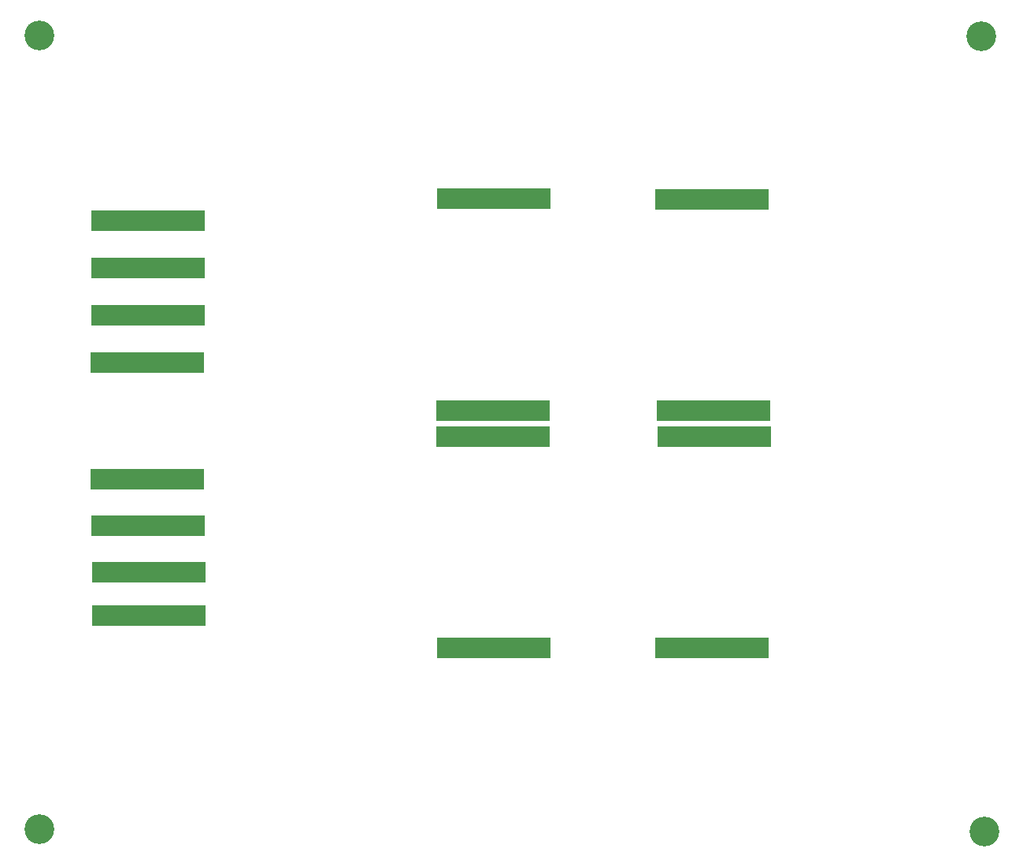
<source format=gts>
G04 EAGLE Gerber RS-274X export*
G75*
%MOMM*%
%FSLAX34Y34*%
%LPD*%
%INSoldermask Top*%
%IPPOS*%
%AMOC8*
5,1,8,0,0,1.08239X$1,22.5*%
G01*
%ADD10R,12.203200X2.203200*%
%ADD11C,3.203200*%


D10*
X258691Y451093D03*
X258513Y676785D03*
X257462Y625947D03*
X630613Y802028D03*
X258875Y778992D03*
X258300Y727785D03*
X866566Y574733D03*
X865030Y802015D03*
X629063Y546612D03*
X630115Y319749D03*
X257998Y500888D03*
X864456Y320136D03*
X867133Y546677D03*
X259701Y401065D03*
X259634Y354528D03*
X629018Y574347D03*
D11*
X142098Y977913D03*
X141636Y124908D03*
X1157475Y122671D03*
X1154494Y976819D03*
M02*

</source>
